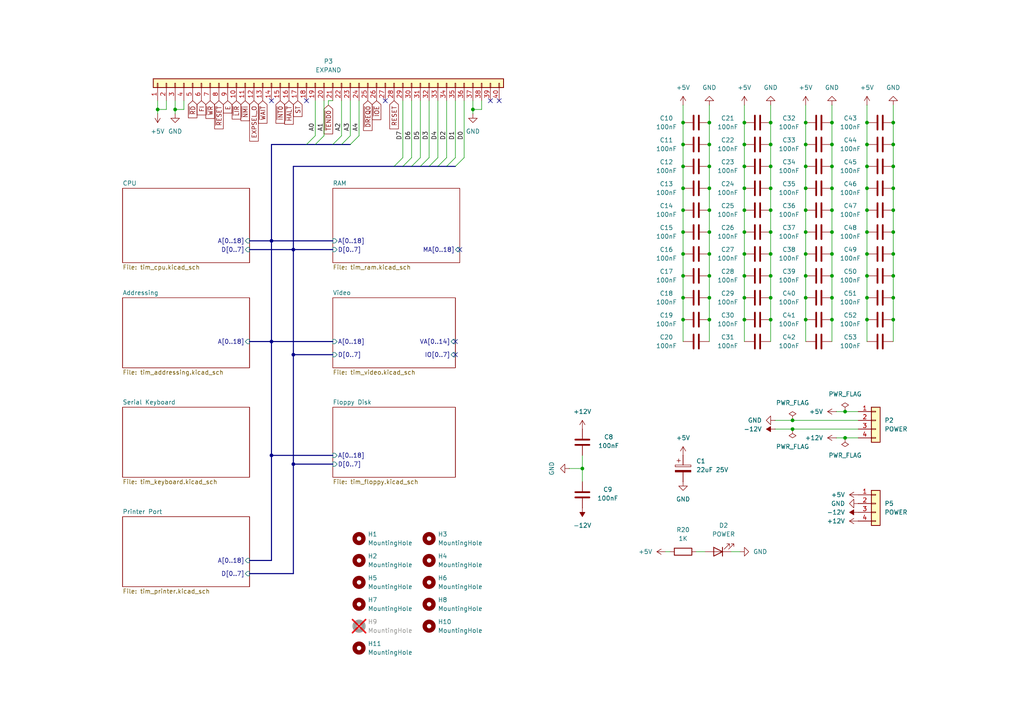
<source format=kicad_sch>
(kicad_sch (version 20231120) (generator "eeschema") (generator_version "8.0")
  (paper "A4")
  (lib_symbols
    (symbol "Connector_Generic:Conn_01x04" (pin_names (offset 1.016) hide)
      (property "Reference" "J" (at 0 5.08 0))
      (property "Value" "Conn_01x04" (at 0 -7.62 0))
      (symbol "Conn_01x04_1_1"
        (pin passive line (at -5.08 2.54 0) (length 3.81) (name "Pin_1") (number "1"))
        (pin passive line (at -5.08 0 0) (length 3.81) (name "Pin_2") (number "2"))
        (pin passive line (at -5.08 -2.54 0) (length 3.81) (name "Pin_3") (number "3"))
        (pin passive line (at -5.08 -5.08 0) (length 3.81) (name "Pin_4") (number "4"))
      )
    )
    (symbol "Connector_Generic:Conn_01x40" (pin_names (offset 1.016) hide)
      (property "Reference" "J" (at 0 50.8 0))
      (property "Value" "Conn_01x40" (at 0 -53.34 0))
      (symbol "Conn_01x40_1_1"
        (pin passive line (at -5.08 48.26 0) (length 3.81) (name "Pin_1") (number "1"))
        (pin passive line (at -5.08 25.4 0) (length 3.81) (name "Pin_10") (number "10"))
        (pin passive line (at -5.08 22.86 0) (length 3.81) (name "Pin_11") (number "11"))
        (pin passive line (at -5.08 20.32 0) (length 3.81) (name "Pin_12") (number "12"))
        (pin passive line (at -5.08 17.78 0) (length 3.81) (name "Pin_13") (number "13"))
        (pin passive line (at -5.08 15.24 0) (length 3.81) (name "Pin_14") (number "14"))
        (pin passive line (at -5.08 12.7 0) (length 3.81) (name "Pin_15") (number "15"))
        (pin passive line (at -5.08 10.16 0) (length 3.81) (name "Pin_16") (number "16"))
        (pin passive line (at -5.08 7.62 0) (length 3.81) (name "Pin_17") (number "17"))
        (pin passive line (at -5.08 5.08 0) (length 3.81) (name "Pin_18") (number "18"))
        (pin passive line (at -5.08 2.54 0) (length 3.81) (name "Pin_19") (number "19"))
        (pin passive line (at -5.08 45.72 0) (length 3.81) (name "Pin_2") (number "2"))
        (pin passive line (at -5.08 0 0) (length 3.81) (name "Pin_20") (number "20"))
        (pin passive line (at -5.08 -2.54 0) (length 3.81) (name "Pin_21") (number "21"))
        (pin passive line (at -5.08 -5.08 0) (length 3.81) (name "Pin_22") (number "22"))
        (pin passive line (at -5.08 -7.62 0) (length 3.81) (name "Pin_23") (number "23"))
        (pin passive line (at -5.08 -10.16 0) (length 3.81) (name "Pin_24") (number "24"))
        (pin passive line (at -5.08 -12.7 0) (length 3.81) (name "Pin_25") (number "25"))
        (pin passive line (at -5.08 -15.24 0) (length 3.81) (name "Pin_26") (number "26"))
        (pin passive line (at -5.08 -17.78 0) (length 3.81) (name "Pin_27") (number "27"))
        (pin passive line (at -5.08 -20.32 0) (length 3.81) (name "Pin_28") (number "28"))
        (pin passive line (at -5.08 -22.86 0) (length 3.81) (name "Pin_29") (number "29"))
        (pin passive line (at -5.08 43.18 0) (length 3.81) (name "Pin_3") (number "3"))
        (pin passive line (at -5.08 -25.4 0) (length 3.81) (name "Pin_30") (number "30"))
        (pin passive line (at -5.08 -27.94 0) (length 3.81) (name "Pin_31") (number "31"))
        (pin passive line (at -5.08 -30.48 0) (length 3.81) (name "Pin_32") (number "32"))
        (pin passive line (at -5.08 -33.02 0) (length 3.81) (name "Pin_33") (number "33"))
        (pin passive line (at -5.08 -35.56 0) (length 3.81) (name "Pin_34") (number "34"))
        (pin passive line (at -5.08 -38.1 0) (length 3.81) (name "Pin_35") (number "35"))
        (pin passive line (at -5.08 -40.64 0) (length 3.81) (name "Pin_36") (number "36"))
        (pin passive line (at -5.08 -43.18 0) (length 3.81) (name "Pin_37") (number "37"))
        (pin passive line (at -5.08 -45.72 0) (length 3.81) (name "Pin_38") (number "38"))
        (pin passive line (at -5.08 -48.26 0) (length 3.81) (name "Pin_39") (number "39"))
        (pin passive line (at -5.08 40.64 0) (length 3.81) (name "Pin_4") (number "4"))
        (pin passive line (at -5.08 -50.8 0) (length 3.81) (name "Pin_40") (number "40"))
        (pin passive line (at -5.08 38.1 0) (length 3.81) (name "Pin_5") (number "5"))
        (pin passive line (at -5.08 35.56 0) (length 3.81) (name "Pin_6") (number "6"))
        (pin passive line (at -5.08 33.02 0) (length 3.81) (name "Pin_7") (number "7"))
        (pin passive line (at -5.08 30.48 0) (length 3.81) (name "Pin_8") (number "8"))
        (pin passive line (at -5.08 27.94 0) (length 3.81) (name "Pin_9") (number "9"))
      )
    )
    (symbol "Device:C" (pin_numbers hide) (pin_names (offset 0.254))
      (property "Reference" "C" (at 0.635 2.54 0))
      (property "Value" "C" (at 0.635 -2.54 0))
      (symbol "C_1_1"
        (pin passive line (at 0 3.81 270) (length 2.794) (name "~") (number "1"))
        (pin passive line (at 0 -3.81 90) (length 2.794) (name "~") (number "2"))
      )
    )
    (symbol "Device:C_Polarized" (pin_numbers hide) (pin_names (offset 0.254))
      (property "Reference" "C" (at 0.635 2.54 0))
      (property "Value" "C_Polarized" (at 0.635 -2.54 0))
      (symbol "C_Polarized_1_1"
        (pin passive line (at 0 3.81 270) (length 2.794) (name "~") (number "1"))
        (pin passive line (at 0 -3.81 90) (length 2.794) (name "~") (number "2"))
      )
    )
    (symbol "Device:LED" (pin_numbers hide) (pin_names (offset 1.016) hide)
      (property "Reference" "D" (at 0 2.54 0))
      (property "Value" "LED" (at 0 -2.54 0))
      (symbol "LED_1_1"
        (pin passive line (at -3.81 0 0) (length 2.54) (name "K") (number "1"))
        (pin passive line (at 3.81 0 180) (length 2.54) (name "A") (number "2"))
      )
    )
    (symbol "Device:R" (pin_numbers hide) (pin_names (offset 0))
      (property "Reference" "R" (at 2.032 0 90))
      (property "Value" "R" (at 0 0 90))
      (symbol "R_1_1"
        (pin passive line (at 0 3.81 270) (length 1.27) (name "~") (number "1"))
        (pin passive line (at 0 -3.81 90) (length 1.27) (name "~") (number "2"))
      )
    )
    (symbol "Mechanical:MountingHole" (pin_names (offset 1.016)) (exclude_from_sim yes) (in_bom no)
      (property "Reference" "H" (at 0 5.08 0))
      (property "Value" "MountingHole" (at 0 3.175 0))
    )
    (symbol "power:+12V" (power) (pin_numbers hide) (pin_names (offset 0) hide)
      (property "Value" "+12V" (at 0 3.556 0))
      (symbol "+12V_1_1"
        (pin power_in line (at 0 0 90) (length 0) (name "~") (number "1"))
      )
    )
    (symbol "power:+5V" (power) (pin_numbers hide) (pin_names (offset 0) hide)
      (property "Value" "+5V" (at 0 3.556 0))
      (symbol "+5V_1_1"
        (pin power_in line (at 0 0 90) (length 0) (name "~") (number "1"))
      )
    )
    (symbol "power:-12V" (power) (pin_numbers hide) (pin_names (offset 0) hide)
      (property "Value" "-12V" (at 0 3.556 0))
      (symbol "-12V_0_0"
        (pin power_in line (at 0 0 90) (length 0) (name "~") (number "1"))
      )
    )
    (symbol "power:GND" (power) (pin_numbers hide) (pin_names (offset 0) hide)
      (property "Value" "GND" (at 0 -3.81 0))
      (symbol "GND_1_1"
        (pin power_in line (at 0 0 270) (length 0) (name "~") (number "1"))
      )
    )
    (symbol "power:PWR_FLAG" (power) (pin_numbers hide) (pin_names (offset 0) hide)
      (property "Value" "PWR_FLAG" (at 0 3.81 0))
      (symbol "PWR_FLAG_0_0"
        (pin power_out line (at 0 0 90) (length 0) (name "~") (number "1"))
      )
    )
  )
  (junction (at 233.68 80.01))
  (junction (at 229.87 121.92))
  (junction (at 205.74 67.31))
  (junction (at 259.08 86.36))
  (junction (at 251.46 86.36))
  (junction (at 198.12 80.01))
  (junction (at 233.68 35.56))
  (junction (at 85.09 102.87))
  (junction (at 198.12 73.66))
  (junction (at 241.3 73.66))
  (junction (at 241.3 67.31))
  (junction (at 251.46 60.96))
  (junction (at 241.3 48.26))
  (junction (at 233.68 73.66))
  (junction (at 233.68 86.36))
  (junction (at 251.46 67.31))
  (junction (at 215.9 41.91))
  (junction (at 259.08 60.96))
  (junction (at 223.52 80.01))
  (junction (at 251.46 80.01))
  (junction (at 205.74 41.91))
  (junction (at 251.46 54.61))
  (junction (at 223.52 86.36))
  (junction (at 205.74 35.56))
  (junction (at 137.16 31.75))
  (junction (at 85.09 134.62))
  (junction (at 259.08 67.31))
  (junction (at 50.8 31.75))
  (junction (at 215.9 48.26))
  (junction (at 245.11 127))
  (junction (at 259.08 92.71))
  (junction (at 215.9 67.31))
  (junction (at 205.74 86.36))
  (junction (at 198.12 60.96))
  (junction (at 259.08 80.01))
  (junction (at 198.12 67.31))
  (junction (at 223.52 35.56))
  (junction (at 223.52 67.31))
  (junction (at 251.46 41.91))
  (junction (at 241.3 92.71))
  (junction (at 215.9 92.71))
  (junction (at 45.72 31.75))
  (junction (at 241.3 60.96))
  (junction (at 233.68 92.71))
  (junction (at 233.68 54.61))
  (junction (at 233.68 60.96))
  (junction (at 205.74 73.66))
  (junction (at 215.9 73.66))
  (junction (at 251.46 92.71))
  (junction (at 215.9 80.01))
  (junction (at 215.9 86.36))
  (junction (at 168.91 135.89))
  (junction (at 198.12 35.56))
  (junction (at 205.74 48.26))
  (junction (at 259.08 54.61))
  (junction (at 223.52 41.91))
  (junction (at 245.11 119.38))
  (junction (at 259.08 73.66))
  (junction (at 215.9 54.61))
  (junction (at 233.68 48.26))
  (junction (at 251.46 48.26))
  (junction (at 233.68 41.91))
  (junction (at 223.52 92.71))
  (junction (at 198.12 54.61))
  (junction (at 205.74 92.71))
  (junction (at 241.3 54.61))
  (junction (at 205.74 54.61))
  (junction (at 215.9 35.56))
  (junction (at 198.12 92.71))
  (junction (at 205.74 80.01))
  (junction (at 223.52 54.61))
  (junction (at 241.3 35.56))
  (junction (at 78.74 99.06))
  (junction (at 223.52 48.26))
  (junction (at 198.12 48.26))
  (junction (at 259.08 35.56))
  (junction (at 78.74 69.85))
  (junction (at 241.3 86.36))
  (junction (at 251.46 35.56))
  (junction (at 78.74 132.08))
  (junction (at 251.46 73.66))
  (junction (at 198.12 41.91))
  (junction (at 215.9 60.96))
  (junction (at 229.87 124.46))
  (junction (at 223.52 60.96))
  (junction (at 85.09 72.39))
  (junction (at 259.08 41.91))
  (junction (at 241.3 41.91))
  (junction (at 223.52 73.66))
  (junction (at 198.12 86.36))
  (junction (at 241.3 80.01))
  (junction (at 205.74 60.96))
  (junction (at 259.08 48.26))
  (junction (at 233.68 67.31))
  (no_connect (at 111.76 29.21))
  (no_connect (at 142.24 29.21))
  (no_connect (at 88.9 29.21))
  (no_connect (at 133.35 72.39))
  (no_connect (at 132.08 102.87))
  (no_connect (at 132.08 99.06))
  (no_connect (at 144.78 29.21))
  (no_connect (at 78.74 29.21))
  (bus_entry (at 88.9 41.91) (size 2.54 -2.54))
  (bus_entry (at 91.44 41.91) (size 2.54 -2.54))
  (bus_entry (at 121.92 48.26) (size 2.54 -2.54))
  (bus_entry (at 99.06 41.91) (size 2.54 -2.54))
  (bus_entry (at 129.54 48.26) (size 2.54 -2.54))
  (bus_entry (at 127 48.26) (size 2.54 -2.54))
  (bus_entry (at 101.6 41.91) (size 2.54 -2.54))
  (bus_entry (at 119.38 48.26) (size 2.54 -2.54))
  (bus_entry (at 114.3 48.26) (size 2.54 -2.54))
  (bus_entry (at 132.08 48.26) (size 2.54 -2.54))
  (bus_entry (at 124.46 48.26) (size 2.54 -2.54))
  (bus_entry (at 116.84 48.26) (size 2.54 -2.54))
  (bus_entry (at 96.52 41.91) (size 2.54 -2.54))
  (wire (pts (xy 233.68 80.01) (xy 233.68 86.36)))
  (wire (pts (xy 198.12 67.31) (xy 198.12 73.66)))
  (wire (pts (xy 205.74 92.71) (xy 205.74 99.06)))
  (bus (pts (xy 78.74 41.91) (xy 88.9 41.91)))
  (bus (pts (xy 129.54 48.26) (xy 132.08 48.26)))
  (wire (pts (xy 205.74 41.91) (xy 205.74 48.26)))
  (wire (pts (xy 229.87 124.46) (xy 248.92 124.46)))
  (wire (pts (xy 205.74 67.31) (xy 205.74 73.66)))
  (wire (pts (xy 251.46 30.48) (xy 251.46 35.56)))
  (wire (pts (xy 205.74 86.36) (xy 205.74 92.71)))
  (wire (pts (xy 245.11 127) (xy 248.92 127)))
  (wire (pts (xy 198.12 73.66) (xy 198.12 80.01)))
  (bus (pts (xy 119.38 48.26) (xy 121.92 48.26)))
  (wire (pts (xy 242.57 127) (xy 245.11 127)))
  (bus (pts (xy 96.52 41.91) (xy 99.06 41.91)))
  (wire (pts (xy 137.16 33.02) (xy 137.16 31.75)))
  (wire (pts (xy 251.46 92.71) (xy 251.46 99.06)))
  (bus (pts (xy 78.74 162.56) (xy 72.39 162.56)))
  (wire (pts (xy 259.08 92.71) (xy 259.08 99.06)))
  (wire (pts (xy 139.7 31.75) (xy 139.7 29.21)))
  (wire (pts (xy 198.12 80.01) (xy 198.12 86.36)))
  (wire (pts (xy 205.74 73.66) (xy 205.74 80.01)))
  (wire (pts (xy 137.16 31.75) (xy 137.16 29.21)))
  (bus (pts (xy 72.39 69.85) (xy 78.74 69.85)))
  (bus (pts (xy 96.52 132.08) (xy 78.74 132.08)))
  (wire (pts (xy 104.14 29.21) (xy 104.14 39.37)))
  (wire (pts (xy 214.63 160.02) (xy 212.09 160.02)))
  (wire (pts (xy 233.68 41.91) (xy 233.68 48.26)))
  (wire (pts (xy 198.12 35.56) (xy 198.12 41.91)))
  (wire (pts (xy 233.68 86.36) (xy 233.68 92.71)))
  (wire (pts (xy 215.9 30.48) (xy 215.9 35.56)))
  (wire (pts (xy 215.9 80.01) (xy 215.9 86.36)))
  (bus (pts (xy 91.44 41.91) (xy 96.52 41.91)))
  (wire (pts (xy 215.9 86.36) (xy 215.9 92.71)))
  (wire (pts (xy 215.9 67.31) (xy 215.9 73.66)))
  (wire (pts (xy 223.52 30.48) (xy 223.52 35.56)))
  (wire (pts (xy 224.79 124.46) (xy 229.87 124.46)))
  (wire (pts (xy 168.91 135.89) (xy 168.91 132.08)))
  (wire (pts (xy 251.46 48.26) (xy 251.46 54.61)))
  (wire (pts (xy 241.3 92.71) (xy 241.3 99.06)))
  (wire (pts (xy 215.9 35.56) (xy 215.9 41.91)))
  (wire (pts (xy 233.68 48.26) (xy 233.68 54.61)))
  (wire (pts (xy 251.46 67.31) (xy 251.46 73.66)))
  (wire (pts (xy 50.8 33.02) (xy 50.8 31.75)))
  (wire (pts (xy 198.12 60.96) (xy 198.12 67.31)))
  (wire (pts (xy 116.84 29.21) (xy 116.84 45.72)))
  (wire (pts (xy 251.46 41.91) (xy 251.46 48.26)))
  (bus (pts (xy 85.09 72.39) (xy 96.52 72.39)))
  (wire (pts (xy 251.46 73.66) (xy 251.46 80.01)))
  (wire (pts (xy 241.3 73.66) (xy 241.3 80.01)))
  (wire (pts (xy 259.08 30.48) (xy 259.08 35.56)))
  (wire (pts (xy 95.25 30.48) (xy 95.25 29.21)))
  (wire (pts (xy 93.98 29.21) (xy 93.98 39.37)))
  (wire (pts (xy 241.3 54.61) (xy 241.3 60.96)))
  (bus (pts (xy 85.09 72.39) (xy 85.09 102.87)))
  (wire (pts (xy 198.12 48.26) (xy 198.12 54.61)))
  (wire (pts (xy 205.74 48.26) (xy 205.74 54.61)))
  (wire (pts (xy 205.74 80.01) (xy 205.74 86.36)))
  (bus (pts (xy 88.9 41.91) (xy 91.44 41.91)))
  (wire (pts (xy 193.04 160.02) (xy 194.31 160.02)))
  (wire (pts (xy 134.62 29.21) (xy 134.62 45.72)))
  (wire (pts (xy 233.68 60.96) (xy 233.68 67.31)))
  (wire (pts (xy 198.12 86.36) (xy 198.12 92.71)))
  (wire (pts (xy 241.3 48.26) (xy 241.3 54.61)))
  (wire (pts (xy 233.68 73.66) (xy 233.68 80.01)))
  (wire (pts (xy 233.68 67.31) (xy 233.68 73.66)))
  (wire (pts (xy 101.6 29.21) (xy 101.6 39.37)))
  (wire (pts (xy 229.87 121.92) (xy 248.92 121.92)))
  (wire (pts (xy 241.3 30.48) (xy 241.3 35.56)))
  (wire (pts (xy 223.52 80.01) (xy 223.52 86.36)))
  (wire (pts (xy 119.38 29.21) (xy 119.38 45.72)))
  (wire (pts (xy 48.26 31.75) (xy 48.26 29.21)))
  (bus (pts (xy 78.74 99.06) (xy 72.39 99.06)))
  (wire (pts (xy 259.08 86.36) (xy 259.08 92.71)))
  (wire (pts (xy 241.3 67.31) (xy 241.3 73.66)))
  (wire (pts (xy 251.46 54.61) (xy 251.46 60.96)))
  (wire (pts (xy 241.3 35.56) (xy 241.3 41.91)))
  (wire (pts (xy 223.52 73.66) (xy 223.52 80.01)))
  (bus (pts (xy 124.46 48.26) (xy 127 48.26)))
  (wire (pts (xy 95.25 29.21) (xy 96.52 29.21)))
  (wire (pts (xy 205.74 60.96) (xy 205.74 67.31)))
  (bus (pts (xy 85.09 102.87) (xy 96.52 102.87)))
  (wire (pts (xy 129.54 29.21) (xy 129.54 45.72)))
  (wire (pts (xy 245.11 119.38) (xy 248.92 119.38)))
  (wire (pts (xy 205.74 35.56) (xy 205.74 41.91)))
  (wire (pts (xy 241.3 86.36) (xy 241.3 92.71)))
  (bus (pts (xy 85.09 134.62) (xy 85.09 166.37)))
  (wire (pts (xy 45.72 31.75) (xy 48.26 31.75)))
  (bus (pts (xy 85.09 48.26) (xy 114.3 48.26)))
  (wire (pts (xy 137.16 31.75) (xy 139.7 31.75)))
  (wire (pts (xy 45.72 33.02) (xy 45.72 31.75)))
  (wire (pts (xy 223.52 54.61) (xy 223.52 60.96)))
  (wire (pts (xy 198.12 92.71) (xy 198.12 99.06)))
  (wire (pts (xy 198.12 30.48) (xy 198.12 35.56)))
  (wire (pts (xy 198.12 41.91) (xy 198.12 48.26)))
  (wire (pts (xy 132.08 29.21) (xy 132.08 45.72)))
  (wire (pts (xy 50.8 31.75) (xy 53.34 31.75)))
  (wire (pts (xy 241.3 41.91) (xy 241.3 48.26)))
  (wire (pts (xy 233.68 35.56) (xy 233.68 41.91)))
  (wire (pts (xy 223.52 35.56) (xy 223.52 41.91)))
  (wire (pts (xy 127 29.21) (xy 127 45.72)))
  (wire (pts (xy 251.46 80.01) (xy 251.46 86.36)))
  (wire (pts (xy 259.08 60.96) (xy 259.08 67.31)))
  (wire (pts (xy 165.1 135.89) (xy 168.91 135.89)))
  (bus (pts (xy 85.09 72.39) (xy 85.09 48.26)))
  (wire (pts (xy 233.68 92.71) (xy 233.68 99.06)))
  (wire (pts (xy 259.08 48.26) (xy 259.08 54.61)))
  (bus (pts (xy 78.74 69.85) (xy 96.52 69.85)))
  (wire (pts (xy 50.8 31.75) (xy 50.8 29.21)))
  (bus (pts (xy 114.3 48.26) (xy 116.84 48.26)))
  (wire (pts (xy 198.12 54.61) (xy 198.12 60.96)))
  (wire (pts (xy 205.74 54.61) (xy 205.74 60.96)))
  (bus (pts (xy 85.09 166.37) (xy 72.39 166.37)))
  (bus (pts (xy 121.92 48.26) (xy 124.46 48.26)))
  (wire (pts (xy 91.44 29.21) (xy 91.44 39.37)))
  (wire (pts (xy 215.9 41.91) (xy 215.9 48.26)))
  (bus (pts (xy 99.06 41.91) (xy 101.6 41.91)))
  (bus (pts (xy 78.74 69.85) (xy 78.74 41.91)))
  (wire (pts (xy 204.47 160.02) (xy 201.93 160.02)))
  (wire (pts (xy 259.08 80.01) (xy 259.08 86.36)))
  (bus (pts (xy 116.84 48.26) (xy 119.38 48.26)))
  (wire (pts (xy 223.52 92.71) (xy 223.52 99.06)))
  (wire (pts (xy 215.9 73.66) (xy 215.9 80.01)))
  (wire (pts (xy 259.08 73.66) (xy 259.08 80.01)))
  (wire (pts (xy 99.06 29.21) (xy 99.06 39.37)))
  (wire (pts (xy 205.74 30.48) (xy 205.74 35.56)))
  (wire (pts (xy 251.46 35.56) (xy 251.46 41.91)))
  (wire (pts (xy 45.72 31.75) (xy 45.72 29.21)))
  (wire (pts (xy 53.34 31.75) (xy 53.34 29.21)))
  (bus (pts (xy 72.39 72.39) (xy 85.09 72.39)))
  (bus (pts (xy 78.74 132.08) (xy 78.74 162.56)))
  (wire (pts (xy 259.08 54.61) (xy 259.08 60.96)))
  (wire (pts (xy 223.52 60.96) (xy 223.52 67.31)))
  (bus (pts (xy 127 48.26) (xy 129.54 48.26)))
  (bus (pts (xy 96.52 99.06) (xy 78.74 99.06)))
  (wire (pts (xy 259.08 41.91) (xy 259.08 48.26)))
  (wire (pts (xy 233.68 30.48) (xy 233.68 35.56)))
  (bus (pts (xy 78.74 69.85) (xy 78.74 99.06)))
  (wire (pts (xy 223.52 67.31) (xy 223.52 73.66)))
  (bus (pts (xy 85.09 134.62) (xy 96.52 134.62)))
  (wire (pts (xy 124.46 29.21) (xy 124.46 45.72)))
  (bus (pts (xy 85.09 102.87) (xy 85.09 134.62)))
  (wire (pts (xy 251.46 60.96) (xy 251.46 67.31)))
  (wire (pts (xy 215.9 60.96) (xy 215.9 67.31)))
  (bus (pts (xy 78.74 132.08) (xy 78.74 99.06)))
  (wire (pts (xy 259.08 67.31) (xy 259.08 73.66)))
  (wire (pts (xy 242.57 119.38) (xy 245.11 119.38)))
  (wire (pts (xy 215.9 48.26) (xy 215.9 54.61)))
  (wire (pts (xy 215.9 92.71) (xy 215.9 99.06)))
  (wire (pts (xy 259.08 35.56) (xy 259.08 41.91)))
  (wire (pts (xy 223.52 48.26) (xy 223.52 54.61)))
  (wire (pts (xy 241.3 80.01) (xy 241.3 86.36)))
  (wire (pts (xy 251.46 86.36) (xy 251.46 92.71)))
  (wire (pts (xy 241.3 60.96) (xy 241.3 67.31)))
  (wire (pts (xy 224.79 121.92) (xy 229.87 121.92)))
  (wire (pts (xy 215.9 54.61) (xy 215.9 60.96)))
  (wire (pts (xy 223.52 86.36) (xy 223.52 92.71)))
  (wire (pts (xy 233.68 54.61) (xy 233.68 60.96)))
  (wire (pts (xy 168.91 135.89) (xy 168.91 139.7)))
  (wire (pts (xy 121.92 29.21) (xy 121.92 45.72)))
  (wire (pts (xy 223.52 41.91) (xy 223.52 48.26)))
  (label "D2" (at 129.54 40.64 90))
  (label "D0" (at 134.62 40.64 90))
  (label "A0" (at 91.44 38.1 90))
  (label "D6" (at 119.38 40.64 90))
  (label "D4" (at 127 40.64 90))
  (label "D1" (at 132.08 40.64 90))
  (label "D7" (at 116.84 40.64 90))
  (label "D5" (at 121.92 40.64 90))
  (label "A1" (at 93.98 38.1 90))
  (label "A2" (at 99.06 38.1 90))
  (label "D3" (at 124.46 40.64 90))
  (label "A3" (at 101.6 38.1 90))
  (label "A4" (at 104.14 38.1 90))
  (global_label "RESET" (shape input) (at 114.3 29.21 270) (property "Intersheetrefs" "${INTERSHEET_REFS}" (effects (hide yes))))
  (global_label "~{WR}" (shape input) (at 60.96 29.21 270) (property "Intersheetrefs" "${INTERSHEET_REFS}" (effects (hide yes))))
  (global_label "~{IOE}" (shape input) (at 109.22 29.21 270) (property "Intersheetrefs" "${INTERSHEET_REFS}" (effects (hide yes))))
  (global_label "~{DREQ0}" (shape input) (at 106.68 29.21 270) (property "Intersheetrefs" "${INTERSHEET_REFS}" (effects (hide yes))))
  (global_label "ST" (shape input) (at 86.36 29.21 270) (property "Intersheetrefs" "${INTERSHEET_REFS}" (effects (hide yes))))
  (global_label "FI" (shape input) (at 58.42 29.21 270) (property "Intersheetrefs" "${INTERSHEET_REFS}" (effects (hide yes))))
  (global_label "EXPSEL_O" (shape input) (at 73.66 29.21 270) (property "Intersheetrefs" "${INTERSHEET_REFS}" (effects (hide yes))))
  (global_label "~{WAIT}" (shape input) (at 76.2 29.21 270) (property "Intersheetrefs" "${INTERSHEET_REFS}" (effects (hide yes))))
  (global_label "~{INT0}" (shape input) (at 81.28 29.21 270) (property "Intersheetrefs" "${INTERSHEET_REFS}" (effects (hide yes))))
  (global_label "~{TEND0}" (shape input) (at 95.25 30.48 270) (property "Intersheetrefs" "${INTERSHEET_REFS}" (effects (hide yes))))
  (global_label "~{LIR}" (shape input) (at 68.58 29.21 270) (property "Intersheetrefs" "${INTERSHEET_REFS}" (effects (hide yes))))
  (global_label "~{NMI}" (shape input) (at 71.12 29.21 270) (property "Intersheetrefs" "${INTERSHEET_REFS}" (effects (hide yes))))
  (global_label "~{RD}" (shape input) (at 55.88 29.21 270) (property "Intersheetrefs" "${INTERSHEET_REFS}" (effects (hide yes))))
  (global_label "~{RESET}" (shape input) (at 63.5 29.21 270) (property "Intersheetrefs" "${INTERSHEET_REFS}" (effects (hide yes))))
  (global_label "E" (shape input) (at 66.04 29.21 270) (property "Intersheetrefs" "${INTERSHEET_REFS}" (effects (hide yes))))
  (global_label "~{HALT}" (shape input) (at 83.82 29.21 270) (property "Intersheetrefs" "${INTERSHEET_REFS}" (effects (hide yes))))
  (symbol (lib_id "power:+5V") (at 198.12 132.08 0) (unit 1)
    (property "Reference" "#PWR0168" (effects (hide yes)))
    (property "Value" "+5V" (at 198.12 127 0))
    (property "Description" "Power symbol creates a global label with name \"+5V\"" (effects (hide yes)))
  )
  (symbol (lib_id "power:GND") (at 165.1 135.89 270) (unit 1)
    (property "Reference" "#PWR0171" (effects (hide yes)))
    (property "Value" "GND" (at 160.02 135.89 0))
    (property "Description" "Power symbol creates a global label with name \"GND\" , ground" (effects (hide yes)))
  )
  (symbol (lib_id "Device:C") (at 255.27 48.26 90) (unit 1)
    (property "Reference" "C45" (at 246.634 46.99 90))
    (property "Value" "100nF" (at 246.634 49.53 90))
    (property "Footprint" "011TIM:Ceramic Capacitor 7.50mm Alt" (effects (hide yes)))
    (property "Description" "Unpolarized capacitor" (effects (hide yes)))
  )
  (symbol (lib_id "Device:C") (at 237.49 80.01 90) (unit 1)
    (property "Reference" "C39" (at 228.854 78.74 90))
    (property "Value" "100nF" (at 228.854 81.28 90))
    (property "Footprint" "011TIM:Ceramic Capacitor 7.50mm" (effects (hide yes)))
    (property "Description" "Unpolarized capacitor" (effects (hide yes)))
  )
  (symbol (lib_id "power:-12V") (at 168.91 147.32 180) (unit 1)
    (property "Reference" "#PWR0172" (effects (hide yes)))
    (property "Value" "-12V" (at 168.91 152.4 0))
    (property "Description" "Power symbol creates a global label with name \"-12V\"" (effects (hide yes)))
  )
  (symbol (lib_id "Device:C") (at 237.49 60.96 90) (unit 1)
    (property "Reference" "C36" (at 228.854 59.69 90))
    (property "Value" "100nF" (at 228.854 62.23 90))
    (property "Footprint" "011TIM:Ceramic Capacitor 7.50mm Alt" (effects (hide yes)))
    (property "Description" "Unpolarized capacitor" (effects (hide yes)))
  )
  (symbol (lib_id "power:+5V") (at 248.92 143.51 90) (unit 1)
    (property "Reference" "#PWR0180" (effects (hide yes)))
    (property "Value" "+5V" (at 245.11 143.5099 90) (effects (justify left)))
    (property "Description" "Power symbol creates a global label with name \"+5V\"" (effects (hide yes)))
  )
  (symbol (lib_id "power:GND") (at 50.8 33.02 0) (unit 1)
    (property "Reference" "#PWR042" (effects (hide yes)))
    (property "Value" "GND" (at 50.8 38.1 0))
    (property "Description" "Power symbol creates a global label with name \"GND\" , ground" (effects (hide yes)))
  )
  (symbol (lib_id "power:+5V") (at 45.72 33.02 180) (unit 1)
    (property "Reference" "#PWR043" (effects (hide yes)))
    (property "Value" "+5V" (at 45.72 38.1 0))
    (property "Description" "Power symbol creates a global label with name \"+5V\"" (effects (hide yes)))
  )
  (symbol (lib_id "Device:C") (at 219.71 67.31 90) (unit 1)
    (property "Reference" "C26" (at 211.074 66.04 90))
    (property "Value" "100nF" (at 211.074 68.58 90))
    (property "Footprint" "011TIM:Ceramic Capacitor 7.50mm" (effects (hide yes)))
    (property "Description" "Unpolarized capacitor" (effects (hide yes)))
  )
  (symbol (lib_id "power:GND") (at 241.3 30.48 180) (unit 1)
    (property "Reference" "#PWR0165" (effects (hide yes)))
    (property "Value" "GND" (at 241.3 25.4 0))
    (property "Description" "Power symbol creates a global label with name \"GND\" , ground" (effects (hide yes)))
  )
  (symbol (lib_id "Device:C") (at 237.49 73.66 90) (unit 1)
    (property "Reference" "C38" (at 228.854 72.39 90))
    (property "Value" "100nF" (at 228.854 74.93 90))
    (property "Footprint" "011TIM:Ceramic Capacitor 7.50mm" (effects (hide yes)))
    (property "Description" "Unpolarized capacitor" (effects (hide yes)))
  )
  (symbol (lib_id "power:GND") (at 198.12 139.7 0) (unit 1)
    (property "Reference" "#PWR0169" (effects (hide yes)))
    (property "Value" "GND" (at 198.12 144.78 0))
    (property "Description" "Power symbol creates a global label with name \"GND\" , ground" (effects (hide yes)))
  )
  (symbol (lib_id "Device:C") (at 168.91 143.51 0) (unit 1)
    (property "Reference" "C9" (at 176.276 141.986 0))
    (property "Value" "100nF" (at 176.276 144.526 0))
    (property "Footprint" "011TIM:Ceramic Capacitor 7.50mm" (effects (hide yes)))
    (property "Description" "Unpolarized capacitor" (effects (hide yes)))
  )
  (symbol (lib_id "Device:C") (at 219.71 99.06 90) (unit 1)
    (property "Reference" "C31" (at 211.074 97.79 90))
    (property "Value" "100nF" (at 211.074 100.33 90))
    (property "Footprint" "011TIM:Ceramic Capacitor 7.50mm" (effects (hide yes)))
    (property "Description" "Unpolarized capacitor" (effects (hide yes)))
  )
  (symbol (lib_id "Device:C") (at 201.93 67.31 90) (unit 1)
    (property "Reference" "C15" (at 193.294 66.04 90))
    (property "Value" "100nF" (at 193.294 68.58 90))
    (property "Footprint" "011TIM:Ceramic Capacitor 7.50mm" (effects (hide yes)))
    (property "Description" "Unpolarized capacitor" (effects (hide yes)))
  )
  (symbol (lib_id "Device:C") (at 237.49 86.36 90) (unit 1)
    (property "Reference" "C40" (at 228.854 85.09 90))
    (property "Value" "100nF" (at 228.854 87.63 90))
    (property "Footprint" "011TIM:Ceramic Capacitor 7.50mm" (effects (hide yes)))
    (property "Description" "Unpolarized capacitor" (effects (hide yes)))
  )
  (symbol (lib_id "Connector_Generic:Conn_01x04") (at 254 146.05 0) (unit 1)
    (property "Reference" "P5" (at 256.54 146.0499 0) (effects (justify left)))
    (property "Value" "POWER" (at 256.54 148.5899 0) (effects (justify left)))
    (property "Footprint" "011TIM:3.96mm Header 4-Pin Edge" (effects (hide yes)))
    (property "Description" "Generic connector, single row, 01x04, script generated (kicad-library-utils/schlib/autogen/connector/)" (effects (hide yes)))
  )
  (symbol (lib_id "Mechanical:MountingHole") (at 104.14 156.21 0) (unit 1) (exclude_from_sim yes) (in_bom no)
    (property "Reference" "H1" (at 106.68 154.9399 0) (effects (justify left)))
    (property "Value" "MountingHole" (at 106.68 157.4799 0) (effects (justify left)))
    (property "Footprint" "011TIM:MountingHole_M2.5" (effects (hide yes)))
    (property "Description" "Mounting Hole without connection" (effects (hide yes)))
  )
  (symbol (lib_id "Device:C") (at 201.93 54.61 90) (unit 1)
    (property "Reference" "C13" (at 193.294 53.34 90))
    (property "Value" "100nF" (at 193.294 55.88 90))
    (property "Footprint" "011TIM:Ceramic Capacitor 7.50mm" (effects (hide yes)))
    (property "Description" "Unpolarized capacitor" (effects (hide yes)))
  )
  (symbol (lib_id "power:PWR_FLAG") (at 245.11 127 180) (unit 1)
    (property "Reference" "#FLG04" (effects (hide yes)))
    (property "Value" "PWR_FLAG" (at 245.11 132.08 0))
    (property "Description" "Special symbol for telling ERC where power comes from" (effects (hide yes)))
  )
  (symbol (lib_id "Connector_Generic:Conn_01x04") (at 254 121.92 0) (unit 1)
    (property "Reference" "P2" (at 256.54 121.9199 0) (effects (justify left)))
    (property "Value" "POWER" (at 256.54 124.4599 0) (effects (justify left)))
    (property "Footprint" "011TIM:P2" (effects (hide yes)))
    (property "Description" "Generic connector, single row, 01x04, script generated (kicad-library-utils/schlib/autogen/connector/)" (effects (hide yes)))
  )
  (symbol (lib_id "Device:C") (at 237.49 92.71 90) (unit 1)
    (property "Reference" "C41" (at 228.854 91.44 90))
    (property "Value" "100nF" (at 228.854 93.98 90))
    (property "Footprint" "011TIM:Ceramic Capacitor 7.50mm" (effects (hide yes)))
    (property "Description" "Unpolarized capacitor" (effects (hide yes)))
  )
  (symbol (lib_id "Device:C") (at 219.71 60.96 90) (unit 1)
    (property "Reference" "C25" (at 211.074 59.69 90))
    (property "Value" "100nF" (at 211.074 62.23 90))
    (property "Footprint" "011TIM:Ceramic Capacitor 7.50mm" (effects (hide yes)))
    (property "Description" "Unpolarized capacitor" (effects (hide yes)))
  )
  (symbol (lib_id "Device:C") (at 219.71 48.26 90) (unit 1)
    (property "Reference" "C23" (at 211.074 46.99 90))
    (property "Value" "100nF" (at 211.074 49.53 90))
    (property "Footprint" "011TIM:Ceramic Capacitor 7.50mm" (effects (hide yes)))
    (property "Description" "Unpolarized capacitor" (effects (hide yes)))
  )
  (symbol (lib_id "Device:C") (at 255.27 99.06 90) (unit 1)
    (property "Reference" "C53" (at 246.634 97.79 90))
    (property "Value" "100nF" (at 246.634 100.33 90))
    (property "Footprint" "011TIM:Ceramic Capacitor 7.50mm" (effects (hide yes)))
    (property "Description" "Unpolarized capacitor" (effects (hide yes)))
  )
  (symbol (lib_id "power:+5V") (at 242.57 119.38 90) (unit 1)
    (property "Reference" "#PWR0174" (effects (hide yes)))
    (property "Value" "+5V" (at 238.76 119.3799 90) (effects (justify left)))
    (property "Description" "Power symbol creates a global label with name \"+5V\"" (effects (hide yes)))
  )
  (symbol (lib_id "Device:C") (at 255.27 60.96 90) (unit 1)
    (property "Reference" "C47" (at 246.634 59.69 90))
    (property "Value" "100nF" (at 246.634 62.23 90))
    (property "Footprint" "011TIM:Ceramic Capacitor 7.50mm Alt" (effects (hide yes)))
    (property "Description" "Unpolarized capacitor" (effects (hide yes)))
  )
  (symbol (lib_id "power:+12V") (at 168.91 124.46 0) (unit 1)
    (property "Reference" "#PWR0170" (effects (hide yes)))
    (property "Value" "+12V" (at 168.91 119.38 0))
    (property "Description" "Power symbol creates a global label with name \"+12V\"" (effects (hide yes)))
  )
  (symbol (lib_id "Mechanical:MountingHole") (at 104.14 181.61 0) (unit 1) (exclude_from_sim yes) (in_bom no) (on_board no) (dnp yes)
    (property "Reference" "H9" (at 106.68 180.3399 0) (effects (justify left)))
    (property "Value" "MountingHole" (at 106.68 182.8799 0) (effects (justify left)))
    (property "Footprint" "011TIM:MountingHole_M2.5" (effects (hide yes)))
    (property "Description" "Mounting Hole without connection" (effects (hide yes)))
  )
  (symbol (lib_id "Device:C") (at 237.49 67.31 90) (unit 1)
    (property "Reference" "C37" (at 228.854 66.04 90))
    (property "Value" "100nF" (at 228.854 68.58 90))
    (property "Footprint" "011TIM:Ceramic Capacitor 7.50mm Alt" (effects (hide yes)))
    (property "Description" "Unpolarized capacitor" (effects (hide yes)))
  )
  (symbol (lib_id "Device:C") (at 201.93 48.26 90) (unit 1)
    (property "Reference" "C12" (at 193.294 46.99 90))
    (property "Value" "100nF" (at 193.294 49.53 90))
    (property "Footprint" "011TIM:Ceramic Capacitor 7.50mm" (effects (hide yes)))
    (property "Description" "Unpolarized capacitor" (effects (hide yes)))
  )
  (symbol (lib_id "power:+12V") (at 242.57 127 90) (unit 1)
    (property "Reference" "#PWR0175" (effects (hide yes)))
    (property "Value" "+12V" (at 238.76 126.9999 90) (effects (justify left)))
    (property "Description" "Power symbol creates a global label with name \"+12V\"" (effects (hide yes)))
  )
  (symbol (lib_id "power:+5V") (at 251.46 30.48 0) (unit 1)
    (property "Reference" "#PWR0166" (effects (hide yes)))
    (property "Value" "+5V" (at 251.46 25.4 0))
    (property "Description" "Power symbol creates a global label with name \"+5V\"" (effects (hide yes)))
  )
  (symbol (lib_id "Device:C") (at 219.71 41.91 90) (unit 1)
    (property "Reference" "C22" (at 211.074 40.64 90))
    (property "Value" "100nF" (at 211.074 43.18 90))
    (property "Footprint" "011TIM:Ceramic Capacitor 7.50mm" (effects (hide yes)))
    (property "Description" "Unpolarized capacitor" (effects (hide yes)))
  )
  (symbol (lib_id "Device:LED") (at 208.28 160.02 180) (unit 1)
    (property "Reference" "D2" (at 209.8675 152.4 0))
    (property "Value" "POWER" (at 209.8675 154.94 0))
    (property "Footprint" "LED_THT:LED_D3.0mm" (effects (hide yes)))
    (property "Description" "Light emitting diode" (effects (hide yes)))
  )
  (symbol (lib_id "power:-12V") (at 248.92 148.59 90) (unit 1)
    (property "Reference" "#PWR0179" (effects (hide yes)))
    (property "Value" "-12V" (at 245.11 148.5899 90) (effects (justify left)))
    (property "Description" "Power symbol creates a global label with name \"-12V\"" (effects (hide yes)))
  )
  (symbol (lib_id "Device:C") (at 168.91 128.27 0) (unit 1)
    (property "Reference" "C8" (at 176.53 126.746 0))
    (property "Value" "100nF" (at 176.53 129.286 0))
    (property "Footprint" "011TIM:Ceramic Capacitor 7.50mm" (effects (hide yes)))
    (property "Description" "Unpolarized capacitor" (effects (hide yes)))
  )
  (symbol (lib_id "Device:C") (at 219.71 86.36 90) (unit 1)
    (property "Reference" "C29" (at 211.074 85.09 90))
    (property "Value" "100nF" (at 211.074 87.63 90))
    (property "Footprint" "011TIM:Ceramic Capacitor 7.50mm" (effects (hide yes)))
    (property "Description" "Unpolarized capacitor" (effects (hide yes)))
  )
  (symbol (lib_id "Device:C") (at 255.27 41.91 90) (unit 1)
    (property "Reference" "C44" (at 246.634 40.64 90))
    (property "Value" "100nF" (at 246.634 43.18 90))
    (property "Footprint" "011TIM:Ceramic Capacitor 7.50mm" (effects (hide yes)))
    (property "Description" "Unpolarized capacitor" (effects (hide yes)))
  )
  (symbol (lib_id "Mechanical:MountingHole") (at 104.14 162.56 0) (unit 1) (exclude_from_sim yes) (in_bom no)
    (property "Reference" "H2" (at 106.68 161.2899 0) (effects (justify left)))
    (property "Value" "MountingHole" (at 106.68 163.8299 0) (effects (justify left)))
    (property "Footprint" "011TIM:MountingHole_M2.5" (effects (hide yes)))
    (property "Description" "Mounting Hole without connection" (effects (hide yes)))
  )
  (symbol (lib_id "Device:C") (at 201.93 41.91 90) (unit 1)
    (property "Reference" "C11" (at 193.294 40.64 90))
    (property "Value" "100nF" (at 193.294 43.18 90))
    (property "Footprint" "011TIM:Ceramic Capacitor 7.50mm" (effects (hide yes)))
    (property "Description" "Unpolarized capacitor" (effects (hide yes)))
  )
  (symbol (lib_id "Mechanical:MountingHole") (at 124.46 181.61 0) (unit 1) (exclude_from_sim yes) (in_bom no)
    (property "Reference" "H10" (at 127 180.3399 0) (effects (justify left)))
    (property "Value" "MountingHole" (at 127 182.8799 0) (effects (justify left)))
    (property "Footprint" "011TIM:MountingHole_M2.5" (effects (hide yes)))
    (property "Description" "Mounting Hole without connection" (effects (hide yes)))
  )
  (symbol (lib_id "power:GND") (at 248.92 146.05 270) (unit 1)
    (property "Reference" "#PWR0178" (effects (hide yes)))
    (property "Value" "GND" (at 245.11 146.0499 90) (effects (justify right)))
    (property "Description" "Power symbol creates a global label with name \"GND\" , ground" (effects (hide yes)))
  )
  (symbol (lib_id "power:GND") (at 259.08 30.48 180) (unit 1)
    (property "Reference" "#PWR0167" (effects (hide yes)))
    (property "Value" "GND" (at 259.08 25.4 0))
    (property "Description" "Power symbol creates a global label with name \"GND\" , ground" (effects (hide yes)))
  )
  (symbol (lib_id "Mechanical:MountingHole") (at 124.46 156.21 0) (unit 1) (exclude_from_sim yes) (in_bom no)
    (property "Reference" "H3" (at 127 154.9399 0) (effects (justify left)))
    (property "Value" "MountingHole" (at 127 157.4799 0) (effects (justify left)))
    (property "Footprint" "011TIM:MountingHole_M2.5" (effects (hide yes)))
    (property "Description" "Mounting Hole without connection" (effects (hide yes)))
  )
  (symbol (lib_id "Device:C") (at 219.71 54.61 90) (unit 1)
    (property "Reference" "C24" (at 211.074 53.34 90))
    (property "Value" "100nF" (at 211.074 55.88 90))
    (property "Footprint" "011TIM:Ceramic Capacitor 7.50mm" (effects (hide yes)))
    (property "Description" "Unpolarized capacitor" (effects (hide yes)))
  )
  (symbol (lib_id "Device:R") (at 198.12 160.02 90) (unit 1)
    (property "Reference" "R20" (at 198.12 153.67 90))
    (property "Value" "1K" (at 198.12 156.21 90))
    (property "Footprint" "011TIM:Resistor 12.7mm" (effects (hide yes)))
    (property "Description" "Resistor" (effects (hide yes)))
  )
  (symbol (lib_id "Device:C") (at 201.93 73.66 90) (unit 1)
    (property "Reference" "C16" (at 193.294 72.39 90))
    (property "Value" "100nF" (at 193.294 74.93 90))
    (property "Footprint" "011TIM:Ceramic Capacitor 7.50mm" (effects (hide yes)))
    (property "Description" "Unpolarized capacitor" (effects (hide yes)))
  )
  (symbol (lib_id "power:GND") (at 137.16 33.02 0) (unit 1)
    (property "Reference" "#PWR044" (effects (hide yes)))
    (property "Value" "GND" (at 137.16 38.1 0))
    (property "Description" "Power symbol creates a global label with name \"GND\" , ground" (effects (hide yes)))
  )
  (symbol (lib_id "power:PWR_FLAG") (at 245.11 119.38 0) (unit 1)
    (property "Reference" "#FLG01" (effects (hide yes)))
    (property "Value" "PWR_FLAG" (at 245.11 114.3 0))
    (property "Description" "Special symbol for telling ERC where power comes from" (effects (hide yes)))
  )
  (symbol (lib_id "Device:C") (at 237.49 48.26 90) (unit 1)
    (property "Reference" "C34" (at 228.854 46.99 90))
    (property "Value" "100nF" (at 228.854 49.53 90))
    (property "Footprint" "011TIM:Ceramic Capacitor 7.50mm" (effects (hide yes)))
    (property "Description" "Unpolarized capacitor" (effects (hide yes)))
  )
  (symbol (lib_id "power:PWR_FLAG") (at 229.87 121.92 0) (unit 1)
    (property "Reference" "#FLG02" (effects (hide yes)))
    (property "Value" "PWR_FLAG" (at 229.87 116.84 0))
    (property "Description" "Special symbol for telling ERC where power comes from" (effects (hide yes)))
  )
  (symbol (lib_id "Device:C") (at 255.27 73.66 90) (unit 1)
    (property "Reference" "C49" (at 246.634 72.39 90))
    (property "Value" "100nF" (at 246.634 74.93 90))
    (property "Footprint" "011TIM:Ceramic Capacitor 7.50mm" (effects (hide yes)))
    (property "Description" "Unpolarized capacitor" (effects (hide yes)))
  )
  (symbol (lib_id "Device:C") (at 255.27 67.31 90) (unit 1)
    (property "Reference" "C48" (at 246.634 66.04 90))
    (property "Value" "100nF" (at 246.634 68.58 90))
    (property "Footprint" "011TIM:Ceramic Capacitor 7.50mm" (effects (hide yes)))
    (property "Description" "Unpolarized capacitor" (effects (hide yes)))
  )
  (symbol (lib_id "Device:C") (at 237.49 35.56 90) (unit 1)
    (property "Reference" "C32" (at 228.854 34.29 90))
    (property "Value" "100nF" (at 228.854 36.83 90))
    (property "Footprint" "011TIM:Ceramic Capacitor 7.50mm" (effects (hide yes)))
    (property "Description" "Unpolarized capacitor" (effects (hide yes)))
  )
  (symbol (lib_id "Device:C") (at 255.27 35.56 90) (unit 1)
    (property "Reference" "C43" (at 246.634 34.29 90))
    (property "Value" "100nF" (at 246.634 36.83 90))
    (property "Footprint" "011TIM:Ceramic Capacitor 7.50mm" (effects (hide yes)))
    (property "Description" "Unpolarized capacitor" (effects (hide yes)))
  )
  (symbol (lib_id "Device:C") (at 201.93 35.56 90) (unit 1)
    (property "Reference" "C10" (at 193.294 34.29 90))
    (property "Value" "100nF" (at 193.294 36.83 90))
    (property "Footprint" "011TIM:Ceramic Capacitor 7.50mm" (effects (hide yes)))
    (property "Description" "Unpolarized capacitor" (effects (hide yes)))
  )
  (symbol (lib_id "Device:C") (at 219.71 73.66 90) (unit 1)
    (property "Reference" "C27" (at 211.074 72.39 90))
    (property "Value" "100nF" (at 211.074 74.93 90))
    (property "Footprint" "011TIM:Ceramic Capacitor 7.50mm" (effects (hide yes)))
    (property "Description" "Unpolarized capacitor" (effects (hide yes)))
  )
  (symbol (lib_id "power:PWR_FLAG") (at 229.87 124.46 180) (unit 1)
    (property "Reference" "#FLG03" (effects (hide yes)))
    (property "Value" "PWR_FLAG" (at 229.87 129.54 0))
    (property "Description" "Special symbol for telling ERC where power comes from" (effects (hide yes)))
  )
  (symbol (lib_id "Device:C_Polarized") (at 198.12 135.89 0) (unit 1)
    (property "Reference" "C1" (at 201.93 133.7309 0) (effects (justify left)))
    (property "Value" "22uF 25V" (at 201.93 136.2709 0) (effects (justify left)))
    (property "Footprint" "011TIM:Electrolytic Capacitor Axial or Radial" (effects (hide yes)))
    (property "Description" "Polarized capacitor" (effects (hide yes)))
  )
  (symbol (lib_id "Device:C") (at 201.93 86.36 90) (unit 1)
    (property "Reference" "C18" (at 193.294 85.09 90))
    (property "Value" "100nF" (at 193.294 87.63 90))
    (property "Footprint" "011TIM:Ceramic Capacitor 7.50mm" (effects (hide yes)))
    (property "Description" "Unpolarized capacitor" (effects (hide yes)))
  )
  (symbol (lib_id "Device:C") (at 219.71 92.71 90) (unit 1)
    (property "Reference" "C30" (at 211.074 91.44 90))
    (property "Value" "100nF" (at 211.074 93.98 90))
    (property "Footprint" "011TIM:Ceramic Capacitor 7.50mm" (effects (hide yes)))
    (property "Description" "Unpolarized capacitor" (effects (hide yes)))
  )
  (symbol (lib_id "power:+5V") (at 233.68 30.48 0) (unit 1)
    (property "Reference" "#PWR0164" (effects (hide yes)))
    (property "Value" "+5V" (at 233.68 25.4 0))
    (property "Description" "Power symbol creates a global label with name \"+5V\"" (effects (hide yes)))
  )
  (symbol (lib_id "Device:C") (at 255.27 54.61 90) (unit 1)
    (property "Reference" "C46" (at 246.634 53.34 90))
    (property "Value" "100nF" (at 246.634 55.88 90))
    (property "Footprint" "011TIM:Ceramic Capacitor 7.50mm Alt" (effects (hide yes)))
    (property "Description" "Unpolarized capacitor" (effects (hide yes)))
  )
  (symbol (lib_id "Device:C") (at 219.71 80.01 90) (unit 1)
    (property "Reference" "C28" (at 211.074 78.74 90))
    (property "Value" "100nF" (at 211.074 81.28 90))
    (property "Footprint" "011TIM:Ceramic Capacitor 7.50mm" (effects (hide yes)))
    (property "Description" "Unpolarized capacitor" (effects (hide yes)))
  )
  (symbol (lib_id "power:+5V") (at 193.04 160.02 90) (unit 1)
    (property "Reference" "#PWR0183" (effects (hide yes)))
    (property "Value" "+5V" (at 189.23 160.0199 90) (effects (justify left)))
    (property "Description" "Power symbol creates a global label with name \"+5V\"" (effects (hide yes)))
  )
  (symbol (lib_id "Connector_Generic:Conn_01x40") (at 93.98 24.13 90) (unit 1)
    (property "Reference" "P3" (at 95.25 17.78 90))
    (property "Value" "EXPAND" (at 95.25 20.32 90))
    (property "Footprint" "011TIM:PinHeader_2x20 2.54mm" (effects (hide yes)))
    (property "Description" "Generic connector, single row, 01x40, script generated (kicad-library-utils/schlib/autogen/connector/)" (effects (hide yes)))
  )
  (symbol (lib_id "power:+5V") (at 215.9 30.48 0) (unit 1)
    (property "Reference" "#PWR0162" (effects (hide yes)))
    (property "Value" "+5V" (at 215.9 25.4 0))
    (property "Description" "Power symbol creates a global label with name \"+5V\"" (effects (hide yes)))
  )
  (symbol (lib_id "power:GND") (at 223.52 30.48 180) (unit 1)
    (property "Reference" "#PWR0163" (effects (hide yes)))
    (property "Value" "GND" (at 223.52 25.4 0))
    (property "Description" "Power symbol creates a global label with name \"GND\" , ground" (effects (hide yes)))
  )
  (symbol (lib_id "Device:C") (at 237.49 99.06 90) (unit 1)
    (property "Reference" "C42" (at 228.854 97.79 90))
    (property "Value" "100nF" (at 228.854 100.33 90))
    (property "Footprint" "011TIM:Ceramic Capacitor 7.50mm" (effects (hide yes)))
    (property "Description" "Unpolarized capacitor" (effects (hide yes)))
  )
  (symbol (lib_id "Device:C") (at 255.27 92.71 90) (unit 1)
    (property "Reference" "C52" (at 246.634 91.44 90))
    (property "Value" "100nF" (at 246.634 93.98 90))
    (property "Footprint" "011TIM:Ceramic Capacitor 7.50mm" (effects (hide yes)))
    (property "Description" "Unpolarized capacitor" (effects (hide yes)))
  )
  (symbol (lib_id "power:GND") (at 224.79 121.92 270) (unit 1)
    (property "Reference" "#PWR0173" (effects (hide yes)))
    (property "Value" "GND" (at 220.98 121.9199 90) (effects (justify right)))
    (property "Description" "Power symbol creates a global label with name \"GND\" , ground" (effects (hide yes)))
  )
  (symbol (lib_id "Device:C") (at 219.71 35.56 90) (unit 1)
    (property "Reference" "C21" (at 211.074 34.29 90))
    (property "Value" "100nF" (at 211.074 36.83 90))
    (property "Footprint" "011TIM:Ceramic Capacitor 7.50mm" (effects (hide yes)))
    (property "Description" "Unpolarized capacitor" (effects (hide yes)))
  )
  (symbol (lib_id "Device:C") (at 201.93 60.96 90) (unit 1)
    (property "Reference" "C14" (at 193.294 59.69 90))
    (property "Value" "100nF" (at 193.294 62.23 90))
    (property "Footprint" "011TIM:Ceramic Capacitor 7.50mm" (effects (hide yes)))
    (property "Description" "Unpolarized capacitor" (effects (hide yes)))
  )
  (symbol (lib_id "Device:C") (at 201.93 80.01 90) (unit 1)
    (property "Reference" "C17" (at 193.294 78.74 90))
    (property "Value" "100nF" (at 193.294 81.28 90))
    (property "Footprint" "011TIM:Ceramic Capacitor 7.50mm" (effects (hide yes)))
    (property "Description" "Unpolarized capacitor" (effects (hide yes)))
  )
  (symbol (lib_id "Device:C") (at 201.93 92.71 90) (unit 1)
    (property "Reference" "C19" (at 193.294 91.44 90))
    (property "Value" "100nF" (at 193.294 93.98 90))
    (property "Footprint" "011TIM:Ceramic Capacitor 7.50mm" (effects (hide yes)))
    (property "Description" "Unpolarized capacitor" (effects (hide yes)))
  )
  (symbol (lib_id "power:-12V") (at 224.79 124.46 90) (unit 1)
    (property "Reference" "#PWR0176" (effects (hide yes)))
    (property "Value" "-12V" (at 220.98 124.4599 90) (effects (justify left)))
    (property "Description" "Power symbol creates a global label with name \"-12V\"" (effects (hide yes)))
  )
  (symbol (lib_id "power:+5V") (at 198.12 30.48 0) (unit 1)
    (property "Reference" "#PWR0160" (effects (hide yes)))
    (property "Value" "+5V" (at 198.12 25.4 0))
    (property "Description" "Power symbol creates a global label with name \"+5V\"" (effects (hide yes)))
  )
  (symbol (lib_id "Device:C") (at 255.27 80.01 90) (unit 1)
    (property "Reference" "C50" (at 246.634 78.74 90))
    (property "Value" "100nF" (at 246.634 81.28 90))
    (property "Footprint" "011TIM:Ceramic Capacitor 7.50mm" (effects (hide yes)))
    (property "Description" "Unpolarized capacitor" (effects (hide yes)))
  )
  (symbol (lib_id "Mechanical:MountingHole") (at 124.46 175.26 0) (unit 1) (exclude_from_sim yes) (in_bom no)
    (property "Reference" "H8" (at 127 173.9899 0) (effects (justify left)))
    (property "Value" "MountingHole" (at 127 176.5299 0) (effects (justify left)))
    (property "Footprint" "011TIM:MountingHole_M2.5" (effects (hide yes)))
    (property "Description" "Mounting Hole without connection" (effects (hide yes)))
  )
  (symbol (lib_id "power:GND") (at 205.74 30.48 180) (unit 1)
    (property "Reference" "#PWR0161" (effects (hide yes)))
    (property "Value" "GND" (at 205.74 25.4 0))
    (property "Description" "Power symbol creates a global label with name \"GND\" , ground" (effects (hide yes)))
  )
  (symbol (lib_id "Mechanical:MountingHole") (at 124.46 168.91 0) (unit 1) (exclude_from_sim yes) (in_bom no)
    (property "Reference" "H6" (at 127 167.6399 0) (effects (justify left)))
    (property "Value" "MountingHole" (at 127 170.1799 0) (effects (justify left)))
    (property "Footprint" "011TIM:MountingHole_M2.5" (effects (hide yes)))
    (property "Description" "Mounting Hole without connection" (effects (hide yes)))
  )
  (symbol (lib_id "Device:C") (at 201.93 99.06 90) (unit 1)
    (property "Reference" "C20" (at 193.294 97.79 90))
    (property "Value" "100nF" (at 193.294 100.33 90))
    (property "Footprint" "011TIM:Ceramic Capacitor 7.50mm" (effects (hide yes)))
    (property "Description" "Unpolarized capacitor" (effects (hide yes)))
  )
  (symbol (lib_id "Device:C") (at 255.27 86.36 90) (unit 1)
    (property "Reference" "C51" (at 246.634 85.09 90))
    (property "Value" "100nF" (at 246.634 87.63 90))
    (property "Footprint" "011TIM:Ceramic Capacitor 7.50mm" (effects (hide yes)))
    (property "Description" "Unpolarized capacitor" (effects (hide yes)))
  )
  (symbol (lib_id "Mechanical:MountingHole") (at 104.14 187.96 0) (unit 1) (exclude_from_sim yes) (in_bom no)
    (property "Reference" "H11" (at 106.68 186.6899 0) (effects (justify left)))
    (property "Value" "MountingHole" (at 106.68 189.2299 0) (effects (justify left)))
    (property "Footprint" "011TIM:MountingHole_M2.5" (effects (hide yes)))
    (property "Description" "Mounting Hole without connection" (effects (hide yes)))
  )
  (symbol (lib_id "Mechanical:MountingHole") (at 104.14 168.91 0) (unit 1) (exclude_from_sim yes) (in_bom no)
    (property "Reference" "H5" (at 106.68 167.6399 0) (effects (justify left)))
    (property "Value" "MountingHole" (at 106.68 170.1799 0) (effects (justify left)))
    (property "Footprint" "011TIM:MountingHole_M2.5" (effects (hide yes)))
    (property "Description" "Mounting Hole without connection" (effects (hide yes)))
  )
  (symbol (lib_id "Mechanical:MountingHole") (at 124.46 162.56 0) (unit 1) (exclude_from_sim yes) (in_bom no)
    (property "Reference" "H4" (at 127 161.2899 0) (effects (justify left)))
    (property "Value" "MountingHole" (at 127 163.8299 0) (effects (justify left)))
    (property "Footprint" "011TIM:MountingHole_M2.5" (effects (hide yes)))
    (property "Description" "Mounting Hole without connection" (effects (hide yes)))
  )
  (symbol (lib_id "Device:C") (at 237.49 41.91 90) (unit 1)
    (property "Reference" "C33" (at 228.854 40.64 90))
    (property "Value" "100nF" (at 228.854 43.18 90))
    (property "Footprint" "011TIM:Ceramic Capacitor 7.50mm" (effects (hide yes)))
    (property "Description" "Unpolarized capacitor" (effects (hide yes)))
  )
  (symbol (lib_id "power:GND") (at 214.63 160.02 90) (unit 1)
    (property "Reference" "#PWR0184" (effects (hide yes)))
    (property "Value" "GND" (at 218.44 160.0199 90) (effects (justify right)))
    (property "Description" "Power symbol creates a global label with name \"GND\" , ground" (effects (hide yes)))
  )
  (symbol (lib_id "Mechanical:MountingHole") (at 104.14 175.26 0) (unit 1) (exclude_from_sim yes) (in_bom no)
    (property "Reference" "H7" (at 106.68 173.9899 0) (effects (justify left)))
    (property "Value" "MountingHole" (at 106.68 176.5299 0) (effects (justify left)))
    (property "Footprint" "011TIM:MountingHole_M2.5" (effects (hide yes)))
    (property "Description" "Mounting Hole without connection" (effects (hide yes)))
  )
  (symbol (lib_id "power:+12V") (at 248.92 151.13 90) (unit 1)
    (property "Reference" "#PWR0181" (effects (hide yes)))
    (property "Value" "+12V" (at 245.11 151.1299 90) (effects (justify left)))
    (property "Description" "Power symbol creates a global label with name \"+12V\"" (effects (hide yes)))
  )
  (symbol (lib_id "Device:C") (at 237.49 54.61 90) (unit 1)
    (property "Reference" "C35" (at 228.854 53.34 90))
    (property "Value" "100nF" (at 228.854 55.88 90))
    (property "Footprint" "011TIM:Ceramic Capacitor 7.50mm" (effects (hide yes)))
    (property "Description" "Unpolarized capacitor" (effects (hide yes)))
  )
  (sheet (at 35.56 86.36) (size 36.83 20.32) (stroke (width 0.1524))
    (property "Sheetname" "Addressing" (at 35.56 85.6484 0) (effects (justify left bottom)))
    (property "Sheetfile" "tim_addressing.kicad_sch" (at 35.56 107.2646 0) (effects (justify left top)))
    (pin "A[0..18]" input (at 72.39 99.06 0))
  )
  (sheet (at 35.56 149.86) (size 36.83 20.32) (stroke (width 0.1524))
    (property "Sheetname" "Printer Port" (at 35.56 149.1484 0) (effects (justify left bottom)))
    (property "Sheetfile" "tim_printer.kicad_sch" (at 35.56 170.7646 0) (effects (justify left top)))
    (pin "A[0..18]" input (at 72.39 162.56 0))
    (pin "D[0..7]" input (at 72.39 166.37 0))
  )
  (sheet (at 96.52 118.11) (size 35.56 20.32) (stroke (width 0.1524))
    (property "Sheetname" "Floppy Disk" (at 96.52 117.3984 0) (effects (justify left bottom)))
    (property "Sheetfile" "tim_floppy.kicad_sch" (at 96.52 139.0146 0) (effects (justify left top)))
    (pin "A[0..18]" input (at 96.52 132.08 180))
    (pin "D[0..7]" input (at 96.52 134.62 180))
  )
  (sheet (at 35.56 54.61) (size 36.83 21.59) (stroke (width 0.1524))
    (property "Sheetname" "CPU" (at 35.56 53.8984 0) (effects (justify left bottom)))
    (property "Sheetfile" "tim_cpu.kicad_sch" (at 35.56 76.7846 0) (effects (justify left top)))
    (pin "A[0..18]" input (at 72.39 69.85 0))
    (pin "D[0..7]" input (at 72.39 72.39 0))
  )
  (sheet (at 35.56 118.11) (size 36.83 20.32) (stroke (width 0.1524))
    (property "Sheetname" "Serial Keyboard" (at 35.56 117.3984 0) (effects (justify left bottom)))
    (property "Sheetfile" "tim_keyboard.kicad_sch" (at 35.56 139.0146 0) (effects (justify left top)))
  )
  (sheet (at 96.52 54.61) (size 36.83 21.59) (stroke (width 0.1524))
    (property "Sheetname" "RAM" (at 96.52 53.8984 0) (effects (justify left bottom)))
    (property "Sheetfile" "tim_ram.kicad_sch" (at 96.52 76.7846 0) (effects (justify left top)))
    (pin "MA[0..18]" input (at 133.35 72.39 0))
    (pin "A[0..18]" input (at 96.52 69.85 180))
    (pin "D[0..7]" input (at 96.52 72.39 180))
  )
  (sheet (at 96.52 86.36) (size 35.56 20.32) (stroke (width 0.1524))
    (property "Sheetname" "Video" (at 96.52 85.6484 0) (effects (justify left bottom)))
    (property "Sheetfile" "tim_video.kicad_sch" (at 96.52 107.2646 0) (effects (justify left top)))
    (pin "IO[0..7]" input (at 132.08 102.87 0))
    (pin "A[0..18]" input (at 96.52 99.06 180))
    (pin "VA[0..14]" input (at 132.08 99.06 0))
    (pin "D[0..7]" input (at 96.52 102.87 180))
  )
)
</source>
